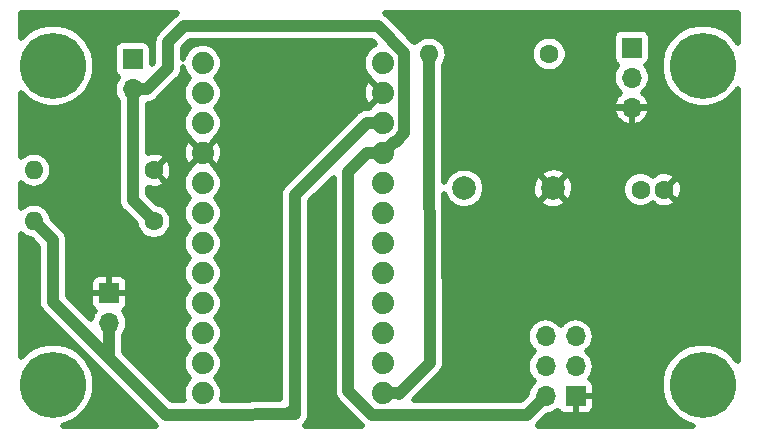
<source format=gbr>
G04 #@! TF.GenerationSoftware,KiCad,Pcbnew,5.1.4-e60b266~84~ubuntu19.04.1*
G04 #@! TF.CreationDate,2019-09-18T16:20:32+02:00*
G04 #@! TF.ProjectId,pro_micro_audio,70726f5f-6d69-4637-926f-5f617564696f,rev?*
G04 #@! TF.SameCoordinates,Original*
G04 #@! TF.FileFunction,Copper,L2,Bot*
G04 #@! TF.FilePolarity,Positive*
%FSLAX46Y46*%
G04 Gerber Fmt 4.6, Leading zero omitted, Abs format (unit mm)*
G04 Created by KiCad (PCBNEW 5.1.4-e60b266~84~ubuntu19.04.1) date 2019-09-18 16:20:32*
%MOMM*%
%LPD*%
G04 APERTURE LIST*
G04 #@! TA.AperFunction,ComponentPad*
%ADD10C,2.000000*%
G04 #@! TD*
G04 #@! TA.AperFunction,ComponentPad*
%ADD11C,5.600000*%
G04 #@! TD*
G04 #@! TA.AperFunction,ComponentPad*
%ADD12C,1.879600*%
G04 #@! TD*
G04 #@! TA.AperFunction,ComponentPad*
%ADD13C,1.600000*%
G04 #@! TD*
G04 #@! TA.AperFunction,ComponentPad*
%ADD14R,1.700000X1.700000*%
G04 #@! TD*
G04 #@! TA.AperFunction,ComponentPad*
%ADD15O,1.700000X1.700000*%
G04 #@! TD*
G04 #@! TA.AperFunction,ComponentPad*
%ADD16O,1.600000X1.600000*%
G04 #@! TD*
G04 #@! TA.AperFunction,ViaPad*
%ADD17C,0.800000*%
G04 #@! TD*
G04 #@! TA.AperFunction,Conductor*
%ADD18C,1.000000*%
G04 #@! TD*
G04 #@! TA.AperFunction,Conductor*
%ADD19C,0.500000*%
G04 #@! TD*
G04 APERTURE END LIST*
D10*
G04 #@! TO.P,C1,1*
G04 #@! TO.N,Net-(C1-Pad1)*
X139820000Y-87376000D03*
G04 #@! TO.P,C1,2*
G04 #@! TO.N,GND*
X147320000Y-87376000D03*
G04 #@! TD*
D11*
G04 #@! TO.P,REF\002A\002A,1*
G04 #@! TO.N,N/C*
X105000000Y-104000000D03*
G04 #@! TD*
G04 #@! TO.P,REF\002A\002A,1*
G04 #@! TO.N,N/C*
X160000000Y-104000000D03*
G04 #@! TD*
G04 #@! TO.P,REF\002A\002A,1*
G04 #@! TO.N,N/C*
X105000000Y-77000000D03*
G04 #@! TD*
G04 #@! TO.P,REF\002A\002A,1*
G04 #@! TO.N,N/C*
X160000000Y-77000000D03*
G04 #@! TD*
D12*
G04 #@! TO.P,CHEAP_PRO_MICRO1,1*
G04 #@! TO.N,Net-(CHEAP_PRO_MICRO1-Pad1)*
X117665501Y-76771501D03*
G04 #@! TO.P,CHEAP_PRO_MICRO1,2*
G04 #@! TO.N,Net-(CHEAP_PRO_MICRO1-Pad2)*
X117665501Y-79311501D03*
G04 #@! TO.P,CHEAP_PRO_MICRO1,3*
G04 #@! TO.N,Net-(CHEAP_PRO_MICRO1-Pad3)*
X117665501Y-81851501D03*
G04 #@! TO.P,CHEAP_PRO_MICRO1,4*
G04 #@! TO.N,GND*
X117665501Y-84391501D03*
G04 #@! TO.P,CHEAP_PRO_MICRO1,5*
G04 #@! TO.N,Net-(CHEAP_PRO_MICRO1-Pad5)*
X117665501Y-86931501D03*
G04 #@! TO.P,CHEAP_PRO_MICRO1,6*
G04 #@! TO.N,Net-(CHEAP_PRO_MICRO1-Pad6)*
X117665501Y-89471501D03*
G04 #@! TO.P,CHEAP_PRO_MICRO1,7*
G04 #@! TO.N,Net-(CHEAP_PRO_MICRO1-Pad7)*
X117665501Y-92011501D03*
G04 #@! TO.P,CHEAP_PRO_MICRO1,8*
G04 #@! TO.N,Net-(CHEAP_PRO_MICRO1-Pad8)*
X117665501Y-94551501D03*
G04 #@! TO.P,CHEAP_PRO_MICRO1,9*
G04 #@! TO.N,Net-(CHEAP_PRO_MICRO1-Pad9)*
X117665501Y-97091501D03*
G04 #@! TO.P,CHEAP_PRO_MICRO1,10*
G04 #@! TO.N,Net-(CHEAP_PRO_MICRO1-Pad10)*
X117665501Y-99631501D03*
G04 #@! TO.P,CHEAP_PRO_MICRO1,11*
G04 #@! TO.N,Net-(CHEAP_PRO_MICRO1-Pad11)*
X117665501Y-102171501D03*
G04 #@! TO.P,CHEAP_PRO_MICRO1,12*
G04 #@! TO.N,Net-(CHEAP_PRO_MICRO1-Pad12)*
X117665501Y-104711501D03*
G04 #@! TO.P,CHEAP_PRO_MICRO1,13*
G04 #@! TO.N,Net-(CHEAP_PRO_MICRO1-Pad13)*
X132905501Y-104711501D03*
G04 #@! TO.P,CHEAP_PRO_MICRO1,14*
G04 #@! TO.N,Net-(CHEAP_PRO_MICRO1-Pad14)*
X132905501Y-102171501D03*
G04 #@! TO.P,CHEAP_PRO_MICRO1,15*
G04 #@! TO.N,Net-(CHEAP_PRO_MICRO1-Pad15)*
X132905501Y-99631501D03*
G04 #@! TO.P,CHEAP_PRO_MICRO1,16*
G04 #@! TO.N,Net-(CHEAP_PRO_MICRO1-Pad16)*
X132905501Y-97091501D03*
G04 #@! TO.P,CHEAP_PRO_MICRO1,17*
G04 #@! TO.N,/SW*
X132905501Y-94551501D03*
G04 #@! TO.P,CHEAP_PRO_MICRO1,18*
G04 #@! TO.N,/DT*
X132905501Y-92011501D03*
G04 #@! TO.P,CHEAP_PRO_MICRO1,19*
G04 #@! TO.N,/CLK*
X132905501Y-89471501D03*
G04 #@! TO.P,CHEAP_PRO_MICRO1,20*
G04 #@! TO.N,Net-(CHEAP_PRO_MICRO1-Pad20)*
X132905501Y-86931501D03*
G04 #@! TO.P,CHEAP_PRO_MICRO1,21*
G04 #@! TO.N,Net-(C1-Pad1)*
X132905501Y-84391501D03*
G04 #@! TO.P,CHEAP_PRO_MICRO1,22*
G04 #@! TO.N,Net-(CHEAP_PRO_MICRO1-Pad22)*
X132905501Y-81851501D03*
G04 #@! TO.P,CHEAP_PRO_MICRO1,23*
G04 #@! TO.N,GND*
X132905501Y-79311501D03*
G04 #@! TO.P,CHEAP_PRO_MICRO1,24*
G04 #@! TO.N,Net-(CHEAP_PRO_MICRO1-Pad24)*
X132905501Y-76771501D03*
G04 #@! TD*
D13*
G04 #@! TO.P,C2,1*
G04 #@! TO.N,Net-(C1-Pad1)*
X154750000Y-87500000D03*
G04 #@! TO.P,C2,2*
G04 #@! TO.N,GND*
X156750000Y-87500000D03*
G04 #@! TD*
D14*
G04 #@! TO.P,KY-40,1*
G04 #@! TO.N,GND*
X149250000Y-105000000D03*
D15*
G04 #@! TO.P,KY-40,2*
G04 #@! TO.N,Net-(C1-Pad1)*
X146710000Y-105000000D03*
G04 #@! TO.P,KY-40,3*
G04 #@! TO.N,/SW*
X149250000Y-102460000D03*
G04 #@! TO.P,KY-40,4*
G04 #@! TO.N,/DT*
X146710000Y-102460000D03*
G04 #@! TO.P,KY-40,5*
G04 #@! TO.N,/CLK*
X149250000Y-99920000D03*
G04 #@! TO.P,KY-40,6*
G04 #@! TO.N,Net-(KY-40-Pad6)*
X146710000Y-99920000D03*
G04 #@! TD*
D14*
G04 #@! TO.P,PinHeader1,1*
G04 #@! TO.N,Net-(PinHeader1-Pad1)*
X154000000Y-75460000D03*
D15*
G04 #@! TO.P,PinHeader1,2*
G04 #@! TO.N,Net-(C1-Pad1)*
X154000000Y-78000000D03*
G04 #@! TO.P,PinHeader1,3*
G04 #@! TO.N,GND*
X154000000Y-80540000D03*
G04 #@! TD*
D13*
G04 #@! TO.P,R1,1*
G04 #@! TO.N,Net-(PinHeader1-Pad1)*
X147000000Y-76000000D03*
D16*
G04 #@! TO.P,R1,2*
G04 #@! TO.N,Net-(CHEAP_PRO_MICRO1-Pad13)*
X136840000Y-76000000D03*
G04 #@! TD*
G04 #@! TO.P,R2,2*
G04 #@! TO.N,Net-(CHEAP_PRO_MICRO1-Pad6)*
X103378000Y-85852000D03*
D13*
G04 #@! TO.P,R2,1*
G04 #@! TO.N,GND*
X113538000Y-85852000D03*
G04 #@! TD*
G04 #@! TO.P,R3,1*
G04 #@! TO.N,Net-(C1-Pad1)*
X113538000Y-90170000D03*
D16*
G04 #@! TO.P,R3,2*
G04 #@! TO.N,Net-(CHEAP_PRO_MICRO1-Pad22)*
X103378000Y-90170000D03*
G04 #@! TD*
D15*
G04 #@! TO.P,ResetButton1,2*
G04 #@! TO.N,Net-(CHEAP_PRO_MICRO1-Pad22)*
X109750000Y-98790000D03*
D14*
G04 #@! TO.P,ResetButton1,1*
G04 #@! TO.N,GND*
X109750000Y-96250000D03*
G04 #@! TD*
G04 #@! TO.P,ToggleSwitch1,1*
G04 #@! TO.N,Net-(CHEAP_PRO_MICRO1-Pad6)*
X111750000Y-76460000D03*
D15*
G04 #@! TO.P,ToggleSwitch1,2*
G04 #@! TO.N,Net-(C1-Pad1)*
X111750000Y-79000000D03*
G04 #@! TD*
D17*
G04 #@! TO.N,GND*
X162750000Y-97250000D03*
X162750000Y-91750000D03*
X162750000Y-84500000D03*
X154750000Y-107250000D03*
X128000000Y-93500000D03*
X121500000Y-91750000D03*
X108750000Y-107000000D03*
X102500000Y-97250000D03*
X102500000Y-81250000D03*
X109750000Y-72750000D03*
X141250000Y-73000000D03*
G04 #@! TD*
D18*
G04 #@! TO.N,Net-(C1-Pad1)*
X112952081Y-79000000D02*
X111750000Y-79000000D01*
X114750000Y-77202081D02*
X112952081Y-79000000D01*
X114750000Y-75000000D02*
X114750000Y-77202081D01*
X132516906Y-73660000D02*
X116090000Y-73660000D01*
X133845300Y-83451702D02*
X134028206Y-83451702D01*
X134745302Y-82734606D02*
X134745302Y-75888396D01*
X134745302Y-75888396D02*
X132516906Y-73660000D01*
X116090000Y-73660000D02*
X114750000Y-75000000D01*
X132905501Y-84391501D02*
X133845300Y-83451702D01*
X134028206Y-83451702D02*
X134745302Y-82734606D01*
X111750000Y-88382000D02*
X111750000Y-79000000D01*
X113538000Y-90170000D02*
X111750000Y-88382000D01*
X132022396Y-106551302D02*
X130000000Y-104528906D01*
X146710000Y-105000000D02*
X145158698Y-106551302D01*
X145158698Y-106551302D02*
X132022396Y-106551302D01*
X131576424Y-84391501D02*
X132905501Y-84391501D01*
X130000000Y-85967925D02*
X131576424Y-84391501D01*
X130000000Y-104528906D02*
X130000000Y-85967925D01*
G04 #@! TO.N,Net-(CHEAP_PRO_MICRO1-Pad13)*
X132905501Y-104711501D02*
X132905501Y-104598407D01*
X136906000Y-102167077D02*
X136840000Y-76000000D01*
X134298077Y-104775000D02*
X136906000Y-102167077D01*
X132905501Y-104711501D02*
X134234578Y-104711501D01*
X134234578Y-104711501D02*
X134298077Y-104775000D01*
G04 #@! TO.N,Net-(CHEAP_PRO_MICRO1-Pad22)*
X125476000Y-106299000D02*
X125020302Y-106351302D01*
X125476000Y-87951925D02*
X125476000Y-106299000D01*
X131576424Y-81851501D02*
X125476000Y-87951925D01*
X132905501Y-81851501D02*
X131576424Y-81851501D01*
X109750000Y-101750000D02*
X109750000Y-98790000D01*
X118548606Y-106551302D02*
X114551302Y-106551302D01*
X114551302Y-106551302D02*
X109750000Y-101750000D01*
X125476000Y-106299000D02*
X125500000Y-106500000D01*
X125500000Y-106500000D02*
X118548606Y-106551302D01*
X105000000Y-91792000D02*
X103378000Y-90170000D01*
X109750000Y-101750000D02*
X105000000Y-97000000D01*
X105000000Y-97000000D02*
X105000000Y-91792000D01*
G04 #@! TD*
D19*
G04 #@! TO.N,GND*
G36*
X128742000Y-104467114D02*
G01*
X128735914Y-104528906D01*
X128742000Y-104590697D01*
X128760203Y-104775516D01*
X128832137Y-105012650D01*
X128948951Y-105231194D01*
X129106156Y-105422750D01*
X129154164Y-105462149D01*
X131089157Y-107397143D01*
X131128552Y-107445146D01*
X131155181Y-107467000D01*
X126312459Y-107467000D01*
X126321948Y-107460372D01*
X126359143Y-107421607D01*
X126400415Y-107387223D01*
X126444718Y-107332420D01*
X126493514Y-107281564D01*
X126522432Y-107236287D01*
X126556202Y-107194513D01*
X126588961Y-107132121D01*
X126626899Y-107072722D01*
X126646429Y-107022671D01*
X126671400Y-106975113D01*
X126691356Y-106907534D01*
X126716979Y-106841870D01*
X126726370Y-106788967D01*
X126741582Y-106737454D01*
X126747972Y-106667274D01*
X126760290Y-106597880D01*
X126759180Y-106544170D01*
X126764051Y-106490672D01*
X126756626Y-106420596D01*
X126756453Y-106412206D01*
X126750103Y-106359024D01*
X126737942Y-106244247D01*
X126735437Y-106236205D01*
X126734000Y-106224167D01*
X126734000Y-88473004D01*
X128742001Y-86465004D01*
X128742000Y-104467114D01*
X128742000Y-104467114D01*
G37*
X128742000Y-104467114D02*
X128735914Y-104528906D01*
X128742000Y-104590697D01*
X128760203Y-104775516D01*
X128832137Y-105012650D01*
X128948951Y-105231194D01*
X129106156Y-105422750D01*
X129154164Y-105462149D01*
X131089157Y-107397143D01*
X131128552Y-107445146D01*
X131155181Y-107467000D01*
X126312459Y-107467000D01*
X126321948Y-107460372D01*
X126359143Y-107421607D01*
X126400415Y-107387223D01*
X126444718Y-107332420D01*
X126493514Y-107281564D01*
X126522432Y-107236287D01*
X126556202Y-107194513D01*
X126588961Y-107132121D01*
X126626899Y-107072722D01*
X126646429Y-107022671D01*
X126671400Y-106975113D01*
X126691356Y-106907534D01*
X126716979Y-106841870D01*
X126726370Y-106788967D01*
X126741582Y-106737454D01*
X126747972Y-106667274D01*
X126760290Y-106597880D01*
X126759180Y-106544170D01*
X126764051Y-106490672D01*
X126756626Y-106420596D01*
X126756453Y-106412206D01*
X126750103Y-106359024D01*
X126737942Y-106244247D01*
X126735437Y-106236205D01*
X126734000Y-106224167D01*
X126734000Y-88473004D01*
X128742001Y-86465004D01*
X128742000Y-104467114D01*
G36*
X102508234Y-91471697D02*
G01*
X102778895Y-91616369D01*
X103072579Y-91705457D01*
X103141129Y-91712208D01*
X103742001Y-92313081D01*
X103742000Y-96938208D01*
X103735914Y-97000000D01*
X103742000Y-97061791D01*
X103760203Y-97246610D01*
X103832137Y-97483744D01*
X103948951Y-97702288D01*
X104106156Y-97893844D01*
X104154164Y-97933243D01*
X108816765Y-102595846D01*
X108856156Y-102643844D01*
X108904164Y-102683243D01*
X113618067Y-107397148D01*
X113657458Y-107445146D01*
X113684087Y-107467000D01*
X105807920Y-107467000D01*
X106037830Y-107421268D01*
X106685345Y-107153059D01*
X107268093Y-106763679D01*
X107763679Y-106268093D01*
X108153059Y-105685345D01*
X108421268Y-105037830D01*
X108558000Y-104350432D01*
X108558000Y-103649568D01*
X108421268Y-102962170D01*
X108153059Y-102314655D01*
X107763679Y-101731907D01*
X107268093Y-101236321D01*
X106685345Y-100846941D01*
X106037830Y-100578732D01*
X105350432Y-100442000D01*
X104649568Y-100442000D01*
X103962170Y-100578732D01*
X103314655Y-100846941D01*
X102731907Y-101236321D01*
X102283000Y-101685228D01*
X102283000Y-91286854D01*
X102508234Y-91471697D01*
X102508234Y-91471697D01*
G37*
X102508234Y-91471697D02*
X102778895Y-91616369D01*
X103072579Y-91705457D01*
X103141129Y-91712208D01*
X103742001Y-92313081D01*
X103742000Y-96938208D01*
X103735914Y-97000000D01*
X103742000Y-97061791D01*
X103760203Y-97246610D01*
X103832137Y-97483744D01*
X103948951Y-97702288D01*
X104106156Y-97893844D01*
X104154164Y-97933243D01*
X108816765Y-102595846D01*
X108856156Y-102643844D01*
X108904164Y-102683243D01*
X113618067Y-107397148D01*
X113657458Y-107445146D01*
X113684087Y-107467000D01*
X105807920Y-107467000D01*
X106037830Y-107421268D01*
X106685345Y-107153059D01*
X107268093Y-106763679D01*
X107763679Y-106268093D01*
X108153059Y-105685345D01*
X108421268Y-105037830D01*
X108558000Y-104350432D01*
X108558000Y-103649568D01*
X108421268Y-102962170D01*
X108153059Y-102314655D01*
X107763679Y-101731907D01*
X107268093Y-101236321D01*
X106685345Y-100846941D01*
X106037830Y-100578732D01*
X105350432Y-100442000D01*
X104649568Y-100442000D01*
X103962170Y-100578732D01*
X103314655Y-100846941D01*
X102731907Y-101236321D01*
X102283000Y-101685228D01*
X102283000Y-91286854D01*
X102508234Y-91471697D01*
G36*
X162967001Y-75036200D02*
G01*
X162763679Y-74731907D01*
X162268093Y-74236321D01*
X161685345Y-73846941D01*
X161037830Y-73578732D01*
X160350432Y-73442000D01*
X159649568Y-73442000D01*
X158962170Y-73578732D01*
X158314655Y-73846941D01*
X157731907Y-74236321D01*
X157236321Y-74731907D01*
X156846941Y-75314655D01*
X156578732Y-75962170D01*
X156442000Y-76649568D01*
X156442000Y-77350432D01*
X156578732Y-78037830D01*
X156846941Y-78685345D01*
X157236321Y-79268093D01*
X157731907Y-79763679D01*
X158314655Y-80153059D01*
X158962170Y-80421268D01*
X159649568Y-80558000D01*
X160350432Y-80558000D01*
X161037830Y-80421268D01*
X161685345Y-80153059D01*
X162268093Y-79763679D01*
X162763679Y-79268093D01*
X162967001Y-78963801D01*
X162967000Y-102036198D01*
X162763679Y-101731907D01*
X162268093Y-101236321D01*
X161685345Y-100846941D01*
X161037830Y-100578732D01*
X160350432Y-100442000D01*
X159649568Y-100442000D01*
X158962170Y-100578732D01*
X158314655Y-100846941D01*
X157731907Y-101236321D01*
X157236321Y-101731907D01*
X156846941Y-102314655D01*
X156578732Y-102962170D01*
X156442000Y-103649568D01*
X156442000Y-104350432D01*
X156578732Y-105037830D01*
X156846941Y-105685345D01*
X157236321Y-106268093D01*
X157731907Y-106763679D01*
X158314655Y-107153059D01*
X158962170Y-107421268D01*
X159192080Y-107467000D01*
X146025913Y-107467000D01*
X146052542Y-107445146D01*
X146091941Y-107397138D01*
X146891141Y-106597939D01*
X147025223Y-106584733D01*
X147328332Y-106492786D01*
X147607679Y-106343472D01*
X147744334Y-106231323D01*
X147766696Y-106273160D01*
X147861419Y-106388581D01*
X147976840Y-106483304D01*
X148108522Y-106553689D01*
X148251406Y-106597033D01*
X148400000Y-106611668D01*
X149056500Y-106608000D01*
X149246000Y-106418500D01*
X149246000Y-105004000D01*
X149254000Y-105004000D01*
X149254000Y-106418500D01*
X149443500Y-106608000D01*
X150100000Y-106611668D01*
X150248594Y-106597033D01*
X150391478Y-106553689D01*
X150523160Y-106483304D01*
X150638581Y-106388581D01*
X150733304Y-106273160D01*
X150803689Y-106141478D01*
X150847033Y-105998594D01*
X150861668Y-105850000D01*
X150858000Y-105193500D01*
X150668500Y-105004000D01*
X149254000Y-105004000D01*
X149246000Y-105004000D01*
X149226000Y-105004000D01*
X149226000Y-104996000D01*
X149246000Y-104996000D01*
X149246000Y-104976000D01*
X149254000Y-104976000D01*
X149254000Y-104996000D01*
X150668500Y-104996000D01*
X150858000Y-104806500D01*
X150861668Y-104150000D01*
X150847033Y-104001406D01*
X150803689Y-103858522D01*
X150733304Y-103726840D01*
X150638581Y-103611419D01*
X150523160Y-103516696D01*
X150481323Y-103494334D01*
X150593472Y-103357679D01*
X150742786Y-103078332D01*
X150834733Y-102775223D01*
X150865780Y-102460000D01*
X150834733Y-102144777D01*
X150742786Y-101841668D01*
X150593472Y-101562321D01*
X150392529Y-101317471D01*
X150237205Y-101190000D01*
X150392529Y-101062529D01*
X150593472Y-100817679D01*
X150742786Y-100538332D01*
X150834733Y-100235223D01*
X150865780Y-99920000D01*
X150834733Y-99604777D01*
X150742786Y-99301668D01*
X150593472Y-99022321D01*
X150392529Y-98777471D01*
X150147679Y-98576528D01*
X149868332Y-98427214D01*
X149565223Y-98335267D01*
X149328991Y-98312000D01*
X149171009Y-98312000D01*
X148934777Y-98335267D01*
X148631668Y-98427214D01*
X148352321Y-98576528D01*
X148107471Y-98777471D01*
X147980000Y-98932795D01*
X147852529Y-98777471D01*
X147607679Y-98576528D01*
X147328332Y-98427214D01*
X147025223Y-98335267D01*
X146788991Y-98312000D01*
X146631009Y-98312000D01*
X146394777Y-98335267D01*
X146091668Y-98427214D01*
X145812321Y-98576528D01*
X145567471Y-98777471D01*
X145366528Y-99022321D01*
X145217214Y-99301668D01*
X145125267Y-99604777D01*
X145094220Y-99920000D01*
X145125267Y-100235223D01*
X145217214Y-100538332D01*
X145366528Y-100817679D01*
X145567471Y-101062529D01*
X145722795Y-101190000D01*
X145567471Y-101317471D01*
X145366528Y-101562321D01*
X145217214Y-101841668D01*
X145125267Y-102144777D01*
X145094220Y-102460000D01*
X145125267Y-102775223D01*
X145217214Y-103078332D01*
X145366528Y-103357679D01*
X145567471Y-103602529D01*
X145722795Y-103730000D01*
X145567471Y-103857471D01*
X145366528Y-104102321D01*
X145217214Y-104381668D01*
X145125267Y-104684777D01*
X145112061Y-104818859D01*
X144637618Y-105293302D01*
X135558854Y-105293302D01*
X137752972Y-103099185D01*
X137802095Y-103058663D01*
X137879415Y-102963963D01*
X137957049Y-102869366D01*
X137957805Y-102867951D01*
X137958817Y-102866712D01*
X138016102Y-102758886D01*
X138073863Y-102650822D01*
X138074329Y-102649286D01*
X138075079Y-102647874D01*
X138110231Y-102530933D01*
X138145797Y-102413688D01*
X138145954Y-102412092D01*
X138146415Y-102410559D01*
X138158068Y-102289096D01*
X138170086Y-102167078D01*
X138163843Y-102103695D01*
X138127970Y-87880801D01*
X138129559Y-87888790D01*
X138262081Y-88208725D01*
X138454472Y-88496660D01*
X138699340Y-88741528D01*
X138987275Y-88933919D01*
X139307210Y-89066441D01*
X139646852Y-89134000D01*
X139993148Y-89134000D01*
X140332790Y-89066441D01*
X140652725Y-88933919D01*
X140940660Y-88741528D01*
X141185528Y-88496660D01*
X141187347Y-88493937D01*
X146207720Y-88493937D01*
X146284912Y-88807480D01*
X146584069Y-88981911D01*
X146911508Y-89094627D01*
X147254645Y-89141296D01*
X147600293Y-89120127D01*
X147935169Y-89031932D01*
X148246405Y-88880100D01*
X148355088Y-88807480D01*
X148432280Y-88493937D01*
X147320000Y-87381657D01*
X146207720Y-88493937D01*
X141187347Y-88493937D01*
X141377919Y-88208725D01*
X141510441Y-87888790D01*
X141578000Y-87549148D01*
X141578000Y-87310645D01*
X145554704Y-87310645D01*
X145575873Y-87656293D01*
X145664068Y-87991169D01*
X145815900Y-88302405D01*
X145888520Y-88411088D01*
X146202063Y-88488280D01*
X147314343Y-87376000D01*
X147325657Y-87376000D01*
X148437937Y-88488280D01*
X148751480Y-88411088D01*
X148925911Y-88111931D01*
X149038627Y-87784492D01*
X149085296Y-87441355D01*
X149079490Y-87346550D01*
X153192000Y-87346550D01*
X153192000Y-87653450D01*
X153251874Y-87954452D01*
X153369319Y-88237990D01*
X153539823Y-88493167D01*
X153756833Y-88710177D01*
X154012010Y-88880681D01*
X154295548Y-88998126D01*
X154596550Y-89058000D01*
X154903450Y-89058000D01*
X155204452Y-88998126D01*
X155487990Y-88880681D01*
X155743167Y-88710177D01*
X155810205Y-88643139D01*
X155833039Y-88768894D01*
X156098207Y-88923402D01*
X156388423Y-89023211D01*
X156692534Y-89064483D01*
X156998854Y-89045633D01*
X157295611Y-88967385D01*
X157571399Y-88832746D01*
X157666961Y-88768894D01*
X157720173Y-88475830D01*
X156750000Y-87505657D01*
X156735858Y-87519799D01*
X156730201Y-87514142D01*
X156744343Y-87500000D01*
X156755657Y-87500000D01*
X157725830Y-88470173D01*
X158018894Y-88416961D01*
X158173402Y-88151793D01*
X158273211Y-87861577D01*
X158314483Y-87557466D01*
X158295633Y-87251146D01*
X158217385Y-86954389D01*
X158082746Y-86678601D01*
X158018894Y-86583039D01*
X157725830Y-86529827D01*
X156755657Y-87500000D01*
X156744343Y-87500000D01*
X156730201Y-87485858D01*
X156735858Y-87480201D01*
X156750000Y-87494343D01*
X157720173Y-86524170D01*
X157666961Y-86231106D01*
X157401793Y-86076598D01*
X157111577Y-85976789D01*
X156807466Y-85935517D01*
X156501146Y-85954367D01*
X156204389Y-86032615D01*
X155928601Y-86167254D01*
X155833039Y-86231106D01*
X155810205Y-86356861D01*
X155743167Y-86289823D01*
X155487990Y-86119319D01*
X155204452Y-86001874D01*
X154903450Y-85942000D01*
X154596550Y-85942000D01*
X154295548Y-86001874D01*
X154012010Y-86119319D01*
X153756833Y-86289823D01*
X153539823Y-86506833D01*
X153369319Y-86762010D01*
X153251874Y-87045548D01*
X153192000Y-87346550D01*
X149079490Y-87346550D01*
X149064127Y-87095707D01*
X148975932Y-86760831D01*
X148824100Y-86449595D01*
X148751480Y-86340912D01*
X148437937Y-86263720D01*
X147325657Y-87376000D01*
X147314343Y-87376000D01*
X146202063Y-86263720D01*
X145888520Y-86340912D01*
X145714089Y-86640069D01*
X145601373Y-86967508D01*
X145554704Y-87310645D01*
X141578000Y-87310645D01*
X141578000Y-87202852D01*
X141510441Y-86863210D01*
X141377919Y-86543275D01*
X141187348Y-86258063D01*
X146207720Y-86258063D01*
X147320000Y-87370343D01*
X148432280Y-86258063D01*
X148355088Y-85944520D01*
X148055931Y-85770089D01*
X147728492Y-85657373D01*
X147385355Y-85610704D01*
X147039707Y-85631873D01*
X146704831Y-85720068D01*
X146393595Y-85871900D01*
X146284912Y-85944520D01*
X146207720Y-86258063D01*
X141187348Y-86258063D01*
X141185528Y-86255340D01*
X140940660Y-86010472D01*
X140652725Y-85818081D01*
X140332790Y-85685559D01*
X139993148Y-85618000D01*
X139646852Y-85618000D01*
X139307210Y-85685559D01*
X138987275Y-85818081D01*
X138699340Y-86010472D01*
X138454472Y-86255340D01*
X138262081Y-86543275D01*
X138129559Y-86863210D01*
X138125455Y-86883840D01*
X138110100Y-80795497D01*
X152412428Y-80795497D01*
X152435500Y-80911488D01*
X152538035Y-81209569D01*
X152696753Y-81481919D01*
X152905554Y-81718071D01*
X153156414Y-81908950D01*
X153439692Y-82047222D01*
X153744503Y-82127572D01*
X153996000Y-81958495D01*
X153996000Y-80544000D01*
X154004000Y-80544000D01*
X154004000Y-81958495D01*
X154255497Y-82127572D01*
X154560308Y-82047222D01*
X154843586Y-81908950D01*
X155094446Y-81718071D01*
X155303247Y-81481919D01*
X155461965Y-81209569D01*
X155564500Y-80911488D01*
X155587572Y-80795497D01*
X155418494Y-80544000D01*
X154004000Y-80544000D01*
X153996000Y-80544000D01*
X152581506Y-80544000D01*
X152412428Y-80795497D01*
X138110100Y-80795497D01*
X138103049Y-78000000D01*
X152384220Y-78000000D01*
X152415267Y-78315223D01*
X152507214Y-78618332D01*
X152656528Y-78897679D01*
X152857471Y-79142529D01*
X153019326Y-79275360D01*
X152905554Y-79361929D01*
X152696753Y-79598081D01*
X152538035Y-79870431D01*
X152435500Y-80168512D01*
X152412428Y-80284503D01*
X152581506Y-80536000D01*
X153996000Y-80536000D01*
X153996000Y-80516000D01*
X154004000Y-80516000D01*
X154004000Y-80536000D01*
X155418494Y-80536000D01*
X155587572Y-80284503D01*
X155564500Y-80168512D01*
X155461965Y-79870431D01*
X155303247Y-79598081D01*
X155094446Y-79361929D01*
X154980674Y-79275360D01*
X155142529Y-79142529D01*
X155343472Y-78897679D01*
X155492786Y-78618332D01*
X155584733Y-78315223D01*
X155615780Y-78000000D01*
X155584733Y-77684777D01*
X155492786Y-77381668D01*
X155343472Y-77102321D01*
X155231322Y-76965666D01*
X155273160Y-76943303D01*
X155388580Y-76848580D01*
X155483303Y-76733160D01*
X155553689Y-76601477D01*
X155597032Y-76458594D01*
X155611667Y-76310000D01*
X155611667Y-74610000D01*
X155597032Y-74461406D01*
X155553689Y-74318523D01*
X155483303Y-74186840D01*
X155388580Y-74071420D01*
X155273160Y-73976697D01*
X155141477Y-73906311D01*
X154998594Y-73862968D01*
X154850000Y-73848333D01*
X153150000Y-73848333D01*
X153001406Y-73862968D01*
X152858523Y-73906311D01*
X152726840Y-73976697D01*
X152611420Y-74071420D01*
X152516697Y-74186840D01*
X152446311Y-74318523D01*
X152402968Y-74461406D01*
X152388333Y-74610000D01*
X152388333Y-76310000D01*
X152402968Y-76458594D01*
X152446311Y-76601477D01*
X152516697Y-76733160D01*
X152611420Y-76848580D01*
X152726840Y-76943303D01*
X152768678Y-76965666D01*
X152656528Y-77102321D01*
X152507214Y-77381668D01*
X152415267Y-77684777D01*
X152384220Y-78000000D01*
X138103049Y-78000000D01*
X138100325Y-76920179D01*
X138141697Y-76869766D01*
X138286369Y-76599105D01*
X138375457Y-76305421D01*
X138405538Y-76000000D01*
X138390425Y-75846550D01*
X145442000Y-75846550D01*
X145442000Y-76153450D01*
X145501874Y-76454452D01*
X145619319Y-76737990D01*
X145789823Y-76993167D01*
X146006833Y-77210177D01*
X146262010Y-77380681D01*
X146545548Y-77498126D01*
X146846550Y-77558000D01*
X147153450Y-77558000D01*
X147454452Y-77498126D01*
X147737990Y-77380681D01*
X147993167Y-77210177D01*
X148210177Y-76993167D01*
X148380681Y-76737990D01*
X148498126Y-76454452D01*
X148558000Y-76153450D01*
X148558000Y-75846550D01*
X148498126Y-75545548D01*
X148380681Y-75262010D01*
X148210177Y-75006833D01*
X147993167Y-74789823D01*
X147737990Y-74619319D01*
X147454452Y-74501874D01*
X147153450Y-74442000D01*
X146846550Y-74442000D01*
X146545548Y-74501874D01*
X146262010Y-74619319D01*
X146006833Y-74789823D01*
X145789823Y-75006833D01*
X145619319Y-75262010D01*
X145501874Y-75545548D01*
X145442000Y-75846550D01*
X138390425Y-75846550D01*
X138375457Y-75694579D01*
X138286369Y-75400895D01*
X138141697Y-75130234D01*
X137947003Y-74892997D01*
X137709766Y-74698303D01*
X137439105Y-74553631D01*
X137145421Y-74464543D01*
X136916535Y-74442000D01*
X136763465Y-74442000D01*
X136534579Y-74464543D01*
X136240895Y-74553631D01*
X135970234Y-74698303D01*
X135732997Y-74892997D01*
X135644400Y-75000954D01*
X135639146Y-74994552D01*
X135591143Y-74955157D01*
X133450149Y-72814164D01*
X133410750Y-72766156D01*
X133219195Y-72608951D01*
X133077100Y-72533000D01*
X162967001Y-72533000D01*
X162967001Y-75036200D01*
X162967001Y-75036200D01*
G37*
X162967001Y-75036200D02*
X162763679Y-74731907D01*
X162268093Y-74236321D01*
X161685345Y-73846941D01*
X161037830Y-73578732D01*
X160350432Y-73442000D01*
X159649568Y-73442000D01*
X158962170Y-73578732D01*
X158314655Y-73846941D01*
X157731907Y-74236321D01*
X157236321Y-74731907D01*
X156846941Y-75314655D01*
X156578732Y-75962170D01*
X156442000Y-76649568D01*
X156442000Y-77350432D01*
X156578732Y-78037830D01*
X156846941Y-78685345D01*
X157236321Y-79268093D01*
X157731907Y-79763679D01*
X158314655Y-80153059D01*
X158962170Y-80421268D01*
X159649568Y-80558000D01*
X160350432Y-80558000D01*
X161037830Y-80421268D01*
X161685345Y-80153059D01*
X162268093Y-79763679D01*
X162763679Y-79268093D01*
X162967001Y-78963801D01*
X162967000Y-102036198D01*
X162763679Y-101731907D01*
X162268093Y-101236321D01*
X161685345Y-100846941D01*
X161037830Y-100578732D01*
X160350432Y-100442000D01*
X159649568Y-100442000D01*
X158962170Y-100578732D01*
X158314655Y-100846941D01*
X157731907Y-101236321D01*
X157236321Y-101731907D01*
X156846941Y-102314655D01*
X156578732Y-102962170D01*
X156442000Y-103649568D01*
X156442000Y-104350432D01*
X156578732Y-105037830D01*
X156846941Y-105685345D01*
X157236321Y-106268093D01*
X157731907Y-106763679D01*
X158314655Y-107153059D01*
X158962170Y-107421268D01*
X159192080Y-107467000D01*
X146025913Y-107467000D01*
X146052542Y-107445146D01*
X146091941Y-107397138D01*
X146891141Y-106597939D01*
X147025223Y-106584733D01*
X147328332Y-106492786D01*
X147607679Y-106343472D01*
X147744334Y-106231323D01*
X147766696Y-106273160D01*
X147861419Y-106388581D01*
X147976840Y-106483304D01*
X148108522Y-106553689D01*
X148251406Y-106597033D01*
X148400000Y-106611668D01*
X149056500Y-106608000D01*
X149246000Y-106418500D01*
X149246000Y-105004000D01*
X149254000Y-105004000D01*
X149254000Y-106418500D01*
X149443500Y-106608000D01*
X150100000Y-106611668D01*
X150248594Y-106597033D01*
X150391478Y-106553689D01*
X150523160Y-106483304D01*
X150638581Y-106388581D01*
X150733304Y-106273160D01*
X150803689Y-106141478D01*
X150847033Y-105998594D01*
X150861668Y-105850000D01*
X150858000Y-105193500D01*
X150668500Y-105004000D01*
X149254000Y-105004000D01*
X149246000Y-105004000D01*
X149226000Y-105004000D01*
X149226000Y-104996000D01*
X149246000Y-104996000D01*
X149246000Y-104976000D01*
X149254000Y-104976000D01*
X149254000Y-104996000D01*
X150668500Y-104996000D01*
X150858000Y-104806500D01*
X150861668Y-104150000D01*
X150847033Y-104001406D01*
X150803689Y-103858522D01*
X150733304Y-103726840D01*
X150638581Y-103611419D01*
X150523160Y-103516696D01*
X150481323Y-103494334D01*
X150593472Y-103357679D01*
X150742786Y-103078332D01*
X150834733Y-102775223D01*
X150865780Y-102460000D01*
X150834733Y-102144777D01*
X150742786Y-101841668D01*
X150593472Y-101562321D01*
X150392529Y-101317471D01*
X150237205Y-101190000D01*
X150392529Y-101062529D01*
X150593472Y-100817679D01*
X150742786Y-100538332D01*
X150834733Y-100235223D01*
X150865780Y-99920000D01*
X150834733Y-99604777D01*
X150742786Y-99301668D01*
X150593472Y-99022321D01*
X150392529Y-98777471D01*
X150147679Y-98576528D01*
X149868332Y-98427214D01*
X149565223Y-98335267D01*
X149328991Y-98312000D01*
X149171009Y-98312000D01*
X148934777Y-98335267D01*
X148631668Y-98427214D01*
X148352321Y-98576528D01*
X148107471Y-98777471D01*
X147980000Y-98932795D01*
X147852529Y-98777471D01*
X147607679Y-98576528D01*
X147328332Y-98427214D01*
X147025223Y-98335267D01*
X146788991Y-98312000D01*
X146631009Y-98312000D01*
X146394777Y-98335267D01*
X146091668Y-98427214D01*
X145812321Y-98576528D01*
X145567471Y-98777471D01*
X145366528Y-99022321D01*
X145217214Y-99301668D01*
X145125267Y-99604777D01*
X145094220Y-99920000D01*
X145125267Y-100235223D01*
X145217214Y-100538332D01*
X145366528Y-100817679D01*
X145567471Y-101062529D01*
X145722795Y-101190000D01*
X145567471Y-101317471D01*
X145366528Y-101562321D01*
X145217214Y-101841668D01*
X145125267Y-102144777D01*
X145094220Y-102460000D01*
X145125267Y-102775223D01*
X145217214Y-103078332D01*
X145366528Y-103357679D01*
X145567471Y-103602529D01*
X145722795Y-103730000D01*
X145567471Y-103857471D01*
X145366528Y-104102321D01*
X145217214Y-104381668D01*
X145125267Y-104684777D01*
X145112061Y-104818859D01*
X144637618Y-105293302D01*
X135558854Y-105293302D01*
X137752972Y-103099185D01*
X137802095Y-103058663D01*
X137879415Y-102963963D01*
X137957049Y-102869366D01*
X137957805Y-102867951D01*
X137958817Y-102866712D01*
X138016102Y-102758886D01*
X138073863Y-102650822D01*
X138074329Y-102649286D01*
X138075079Y-102647874D01*
X138110231Y-102530933D01*
X138145797Y-102413688D01*
X138145954Y-102412092D01*
X138146415Y-102410559D01*
X138158068Y-102289096D01*
X138170086Y-102167078D01*
X138163843Y-102103695D01*
X138127970Y-87880801D01*
X138129559Y-87888790D01*
X138262081Y-88208725D01*
X138454472Y-88496660D01*
X138699340Y-88741528D01*
X138987275Y-88933919D01*
X139307210Y-89066441D01*
X139646852Y-89134000D01*
X139993148Y-89134000D01*
X140332790Y-89066441D01*
X140652725Y-88933919D01*
X140940660Y-88741528D01*
X141185528Y-88496660D01*
X141187347Y-88493937D01*
X146207720Y-88493937D01*
X146284912Y-88807480D01*
X146584069Y-88981911D01*
X146911508Y-89094627D01*
X147254645Y-89141296D01*
X147600293Y-89120127D01*
X147935169Y-89031932D01*
X148246405Y-88880100D01*
X148355088Y-88807480D01*
X148432280Y-88493937D01*
X147320000Y-87381657D01*
X146207720Y-88493937D01*
X141187347Y-88493937D01*
X141377919Y-88208725D01*
X141510441Y-87888790D01*
X141578000Y-87549148D01*
X141578000Y-87310645D01*
X145554704Y-87310645D01*
X145575873Y-87656293D01*
X145664068Y-87991169D01*
X145815900Y-88302405D01*
X145888520Y-88411088D01*
X146202063Y-88488280D01*
X147314343Y-87376000D01*
X147325657Y-87376000D01*
X148437937Y-88488280D01*
X148751480Y-88411088D01*
X148925911Y-88111931D01*
X149038627Y-87784492D01*
X149085296Y-87441355D01*
X149079490Y-87346550D01*
X153192000Y-87346550D01*
X153192000Y-87653450D01*
X153251874Y-87954452D01*
X153369319Y-88237990D01*
X153539823Y-88493167D01*
X153756833Y-88710177D01*
X154012010Y-88880681D01*
X154295548Y-88998126D01*
X154596550Y-89058000D01*
X154903450Y-89058000D01*
X155204452Y-88998126D01*
X155487990Y-88880681D01*
X155743167Y-88710177D01*
X155810205Y-88643139D01*
X155833039Y-88768894D01*
X156098207Y-88923402D01*
X156388423Y-89023211D01*
X156692534Y-89064483D01*
X156998854Y-89045633D01*
X157295611Y-88967385D01*
X157571399Y-88832746D01*
X157666961Y-88768894D01*
X157720173Y-88475830D01*
X156750000Y-87505657D01*
X156735858Y-87519799D01*
X156730201Y-87514142D01*
X156744343Y-87500000D01*
X156755657Y-87500000D01*
X157725830Y-88470173D01*
X158018894Y-88416961D01*
X158173402Y-88151793D01*
X158273211Y-87861577D01*
X158314483Y-87557466D01*
X158295633Y-87251146D01*
X158217385Y-86954389D01*
X158082746Y-86678601D01*
X158018894Y-86583039D01*
X157725830Y-86529827D01*
X156755657Y-87500000D01*
X156744343Y-87500000D01*
X156730201Y-87485858D01*
X156735858Y-87480201D01*
X156750000Y-87494343D01*
X157720173Y-86524170D01*
X157666961Y-86231106D01*
X157401793Y-86076598D01*
X157111577Y-85976789D01*
X156807466Y-85935517D01*
X156501146Y-85954367D01*
X156204389Y-86032615D01*
X155928601Y-86167254D01*
X155833039Y-86231106D01*
X155810205Y-86356861D01*
X155743167Y-86289823D01*
X155487990Y-86119319D01*
X155204452Y-86001874D01*
X154903450Y-85942000D01*
X154596550Y-85942000D01*
X154295548Y-86001874D01*
X154012010Y-86119319D01*
X153756833Y-86289823D01*
X153539823Y-86506833D01*
X153369319Y-86762010D01*
X153251874Y-87045548D01*
X153192000Y-87346550D01*
X149079490Y-87346550D01*
X149064127Y-87095707D01*
X148975932Y-86760831D01*
X148824100Y-86449595D01*
X148751480Y-86340912D01*
X148437937Y-86263720D01*
X147325657Y-87376000D01*
X147314343Y-87376000D01*
X146202063Y-86263720D01*
X145888520Y-86340912D01*
X145714089Y-86640069D01*
X145601373Y-86967508D01*
X145554704Y-87310645D01*
X141578000Y-87310645D01*
X141578000Y-87202852D01*
X141510441Y-86863210D01*
X141377919Y-86543275D01*
X141187348Y-86258063D01*
X146207720Y-86258063D01*
X147320000Y-87370343D01*
X148432280Y-86258063D01*
X148355088Y-85944520D01*
X148055931Y-85770089D01*
X147728492Y-85657373D01*
X147385355Y-85610704D01*
X147039707Y-85631873D01*
X146704831Y-85720068D01*
X146393595Y-85871900D01*
X146284912Y-85944520D01*
X146207720Y-86258063D01*
X141187348Y-86258063D01*
X141185528Y-86255340D01*
X140940660Y-86010472D01*
X140652725Y-85818081D01*
X140332790Y-85685559D01*
X139993148Y-85618000D01*
X139646852Y-85618000D01*
X139307210Y-85685559D01*
X138987275Y-85818081D01*
X138699340Y-86010472D01*
X138454472Y-86255340D01*
X138262081Y-86543275D01*
X138129559Y-86863210D01*
X138125455Y-86883840D01*
X138110100Y-80795497D01*
X152412428Y-80795497D01*
X152435500Y-80911488D01*
X152538035Y-81209569D01*
X152696753Y-81481919D01*
X152905554Y-81718071D01*
X153156414Y-81908950D01*
X153439692Y-82047222D01*
X153744503Y-82127572D01*
X153996000Y-81958495D01*
X153996000Y-80544000D01*
X154004000Y-80544000D01*
X154004000Y-81958495D01*
X154255497Y-82127572D01*
X154560308Y-82047222D01*
X154843586Y-81908950D01*
X155094446Y-81718071D01*
X155303247Y-81481919D01*
X155461965Y-81209569D01*
X155564500Y-80911488D01*
X155587572Y-80795497D01*
X155418494Y-80544000D01*
X154004000Y-80544000D01*
X153996000Y-80544000D01*
X152581506Y-80544000D01*
X152412428Y-80795497D01*
X138110100Y-80795497D01*
X138103049Y-78000000D01*
X152384220Y-78000000D01*
X152415267Y-78315223D01*
X152507214Y-78618332D01*
X152656528Y-78897679D01*
X152857471Y-79142529D01*
X153019326Y-79275360D01*
X152905554Y-79361929D01*
X152696753Y-79598081D01*
X152538035Y-79870431D01*
X152435500Y-80168512D01*
X152412428Y-80284503D01*
X152581506Y-80536000D01*
X153996000Y-80536000D01*
X153996000Y-80516000D01*
X154004000Y-80516000D01*
X154004000Y-80536000D01*
X155418494Y-80536000D01*
X155587572Y-80284503D01*
X155564500Y-80168512D01*
X155461965Y-79870431D01*
X155303247Y-79598081D01*
X155094446Y-79361929D01*
X154980674Y-79275360D01*
X155142529Y-79142529D01*
X155343472Y-78897679D01*
X155492786Y-78618332D01*
X155584733Y-78315223D01*
X155615780Y-78000000D01*
X155584733Y-77684777D01*
X155492786Y-77381668D01*
X155343472Y-77102321D01*
X155231322Y-76965666D01*
X155273160Y-76943303D01*
X155388580Y-76848580D01*
X155483303Y-76733160D01*
X155553689Y-76601477D01*
X155597032Y-76458594D01*
X155611667Y-76310000D01*
X155611667Y-74610000D01*
X155597032Y-74461406D01*
X155553689Y-74318523D01*
X155483303Y-74186840D01*
X155388580Y-74071420D01*
X155273160Y-73976697D01*
X155141477Y-73906311D01*
X154998594Y-73862968D01*
X154850000Y-73848333D01*
X153150000Y-73848333D01*
X153001406Y-73862968D01*
X152858523Y-73906311D01*
X152726840Y-73976697D01*
X152611420Y-74071420D01*
X152516697Y-74186840D01*
X152446311Y-74318523D01*
X152402968Y-74461406D01*
X152388333Y-74610000D01*
X152388333Y-76310000D01*
X152402968Y-76458594D01*
X152446311Y-76601477D01*
X152516697Y-76733160D01*
X152611420Y-76848580D01*
X152726840Y-76943303D01*
X152768678Y-76965666D01*
X152656528Y-77102321D01*
X152507214Y-77381668D01*
X152415267Y-77684777D01*
X152384220Y-78000000D01*
X138103049Y-78000000D01*
X138100325Y-76920179D01*
X138141697Y-76869766D01*
X138286369Y-76599105D01*
X138375457Y-76305421D01*
X138405538Y-76000000D01*
X138390425Y-75846550D01*
X145442000Y-75846550D01*
X145442000Y-76153450D01*
X145501874Y-76454452D01*
X145619319Y-76737990D01*
X145789823Y-76993167D01*
X146006833Y-77210177D01*
X146262010Y-77380681D01*
X146545548Y-77498126D01*
X146846550Y-77558000D01*
X147153450Y-77558000D01*
X147454452Y-77498126D01*
X147737990Y-77380681D01*
X147993167Y-77210177D01*
X148210177Y-76993167D01*
X148380681Y-76737990D01*
X148498126Y-76454452D01*
X148558000Y-76153450D01*
X148558000Y-75846550D01*
X148498126Y-75545548D01*
X148380681Y-75262010D01*
X148210177Y-75006833D01*
X147993167Y-74789823D01*
X147737990Y-74619319D01*
X147454452Y-74501874D01*
X147153450Y-74442000D01*
X146846550Y-74442000D01*
X146545548Y-74501874D01*
X146262010Y-74619319D01*
X146006833Y-74789823D01*
X145789823Y-75006833D01*
X145619319Y-75262010D01*
X145501874Y-75545548D01*
X145442000Y-75846550D01*
X138390425Y-75846550D01*
X138375457Y-75694579D01*
X138286369Y-75400895D01*
X138141697Y-75130234D01*
X137947003Y-74892997D01*
X137709766Y-74698303D01*
X137439105Y-74553631D01*
X137145421Y-74464543D01*
X136916535Y-74442000D01*
X136763465Y-74442000D01*
X136534579Y-74464543D01*
X136240895Y-74553631D01*
X135970234Y-74698303D01*
X135732997Y-74892997D01*
X135644400Y-75000954D01*
X135639146Y-74994552D01*
X135591143Y-74955157D01*
X133450149Y-72814164D01*
X133410750Y-72766156D01*
X133219195Y-72608951D01*
X133077100Y-72533000D01*
X162967001Y-72533000D01*
X162967001Y-75036200D01*
G36*
X115387711Y-72608951D02*
G01*
X115196156Y-72766156D01*
X115156761Y-72814159D01*
X113904164Y-74066757D01*
X113856156Y-74106156D01*
X113698952Y-74297711D01*
X113698951Y-74297712D01*
X113582137Y-74516256D01*
X113510203Y-74753390D01*
X113485914Y-75000000D01*
X113492000Y-75061793D01*
X113492001Y-76681000D01*
X113361667Y-76811334D01*
X113361667Y-75610000D01*
X113347032Y-75461406D01*
X113303689Y-75318523D01*
X113233303Y-75186840D01*
X113138580Y-75071420D01*
X113023160Y-74976697D01*
X112891477Y-74906311D01*
X112748594Y-74862968D01*
X112600000Y-74848333D01*
X110900000Y-74848333D01*
X110751406Y-74862968D01*
X110608523Y-74906311D01*
X110476840Y-74976697D01*
X110361420Y-75071420D01*
X110266697Y-75186840D01*
X110196311Y-75318523D01*
X110152968Y-75461406D01*
X110138333Y-75610000D01*
X110138333Y-77310000D01*
X110152968Y-77458594D01*
X110196311Y-77601477D01*
X110266697Y-77733160D01*
X110361420Y-77848580D01*
X110476840Y-77943303D01*
X110518678Y-77965666D01*
X110406528Y-78102321D01*
X110257214Y-78381668D01*
X110165267Y-78684777D01*
X110134220Y-79000000D01*
X110165267Y-79315223D01*
X110257214Y-79618332D01*
X110406528Y-79897679D01*
X110492001Y-80001828D01*
X110492000Y-88320208D01*
X110485914Y-88382000D01*
X110496382Y-88488280D01*
X110510203Y-88628610D01*
X110582137Y-88865744D01*
X110698951Y-89084288D01*
X110856156Y-89275844D01*
X110904164Y-89315243D01*
X111996793Y-90407873D01*
X112039874Y-90624452D01*
X112157319Y-90907990D01*
X112327823Y-91163167D01*
X112544833Y-91380177D01*
X112800010Y-91550681D01*
X113083548Y-91668126D01*
X113384550Y-91728000D01*
X113691450Y-91728000D01*
X113992452Y-91668126D01*
X114275990Y-91550681D01*
X114531167Y-91380177D01*
X114748177Y-91163167D01*
X114918681Y-90907990D01*
X115036126Y-90624452D01*
X115096000Y-90323450D01*
X115096000Y-90016550D01*
X115036126Y-89715548D01*
X114918681Y-89432010D01*
X114748177Y-89176833D01*
X114531167Y-88959823D01*
X114275990Y-88789319D01*
X113992452Y-88671874D01*
X113775873Y-88628793D01*
X113008000Y-87860921D01*
X113008000Y-87317288D01*
X113176423Y-87375211D01*
X113480534Y-87416483D01*
X113786854Y-87397633D01*
X114083611Y-87319385D01*
X114359399Y-87184746D01*
X114454961Y-87120894D01*
X114508173Y-86827830D01*
X113538000Y-85857657D01*
X113523858Y-85871799D01*
X113518201Y-85866142D01*
X113532343Y-85852000D01*
X113543657Y-85852000D01*
X114513830Y-86822173D01*
X114806894Y-86768961D01*
X114961402Y-86503793D01*
X115061211Y-86213577D01*
X115102483Y-85909466D01*
X115083633Y-85603146D01*
X115005385Y-85306389D01*
X114870746Y-85030601D01*
X114806894Y-84935039D01*
X114513830Y-84881827D01*
X113543657Y-85852000D01*
X113532343Y-85852000D01*
X113518201Y-85837858D01*
X113523858Y-85832201D01*
X113538000Y-85846343D01*
X114508173Y-84876170D01*
X114454961Y-84583106D01*
X114189793Y-84428598D01*
X113899577Y-84328789D01*
X113897595Y-84328520D01*
X115960650Y-84328520D01*
X115981121Y-84662331D01*
X116066322Y-84985733D01*
X116212978Y-85286299D01*
X116282959Y-85391032D01*
X116590338Y-85461007D01*
X117659844Y-84391501D01*
X117671158Y-84391501D01*
X118740664Y-85461007D01*
X119048043Y-85391032D01*
X119216477Y-85102106D01*
X119325307Y-84785871D01*
X119370352Y-84454482D01*
X119349881Y-84120671D01*
X119264680Y-83797269D01*
X119118024Y-83496703D01*
X119048043Y-83391970D01*
X118740664Y-83321995D01*
X117671158Y-84391501D01*
X117659844Y-84391501D01*
X116590338Y-83321995D01*
X116282959Y-83391970D01*
X116114525Y-83680896D01*
X116005695Y-83997131D01*
X115960650Y-84328520D01*
X113897595Y-84328520D01*
X113595466Y-84287517D01*
X113289146Y-84306367D01*
X113008000Y-84380499D01*
X113008000Y-80258578D01*
X113013873Y-80258000D01*
X113198692Y-80239797D01*
X113435826Y-80167863D01*
X113654370Y-80051049D01*
X113845925Y-79893844D01*
X113885324Y-79845836D01*
X115595846Y-78135316D01*
X115643844Y-78095925D01*
X115801049Y-77904370D01*
X115917863Y-77685826D01*
X115989797Y-77448692D01*
X116008000Y-77263873D01*
X116008000Y-77263872D01*
X116014086Y-77202082D01*
X116008200Y-77142324D01*
X116032946Y-77266731D01*
X116160930Y-77575711D01*
X116346734Y-77853785D01*
X116534450Y-78041501D01*
X116346734Y-78229217D01*
X116160930Y-78507291D01*
X116032946Y-78816271D01*
X115967701Y-79144282D01*
X115967701Y-79478720D01*
X116032946Y-79806731D01*
X116160930Y-80115711D01*
X116346734Y-80393785D01*
X116534450Y-80581501D01*
X116346734Y-80769217D01*
X116160930Y-81047291D01*
X116032946Y-81356271D01*
X115967701Y-81684282D01*
X115967701Y-82018720D01*
X116032946Y-82346731D01*
X116160930Y-82655711D01*
X116346734Y-82933785D01*
X116583217Y-83170268D01*
X116623171Y-83196964D01*
X116595995Y-83316338D01*
X117665501Y-84385844D01*
X118735007Y-83316338D01*
X118707831Y-83196964D01*
X118747785Y-83170268D01*
X118984268Y-82933785D01*
X119170072Y-82655711D01*
X119298056Y-82346731D01*
X119363301Y-82018720D01*
X119363301Y-81684282D01*
X119298056Y-81356271D01*
X119170072Y-81047291D01*
X118984268Y-80769217D01*
X118796552Y-80581501D01*
X118984268Y-80393785D01*
X119170072Y-80115711D01*
X119298056Y-79806731D01*
X119363301Y-79478720D01*
X119363301Y-79248520D01*
X131200650Y-79248520D01*
X131221121Y-79582331D01*
X131306322Y-79905733D01*
X131452978Y-80206299D01*
X131522959Y-80311032D01*
X131830338Y-80381007D01*
X132899844Y-79311501D01*
X131830338Y-78241995D01*
X131522959Y-78311970D01*
X131354525Y-78600896D01*
X131245695Y-78917131D01*
X131200650Y-79248520D01*
X119363301Y-79248520D01*
X119363301Y-79144282D01*
X119298056Y-78816271D01*
X119170072Y-78507291D01*
X118984268Y-78229217D01*
X118796552Y-78041501D01*
X118984268Y-77853785D01*
X119170072Y-77575711D01*
X119298056Y-77266731D01*
X119363301Y-76938720D01*
X119363301Y-76604282D01*
X119298056Y-76276271D01*
X119170072Y-75967291D01*
X118984268Y-75689217D01*
X118747785Y-75452734D01*
X118469711Y-75266930D01*
X118160731Y-75138946D01*
X117832720Y-75073701D01*
X117498282Y-75073701D01*
X117170271Y-75138946D01*
X116861291Y-75266930D01*
X116583217Y-75452734D01*
X116346734Y-75689217D01*
X116160930Y-75967291D01*
X116032946Y-76276271D01*
X116008000Y-76401684D01*
X116008000Y-75521079D01*
X116611080Y-74918000D01*
X131995827Y-74918000D01*
X132273447Y-75195620D01*
X132101291Y-75266930D01*
X131823217Y-75452734D01*
X131586734Y-75689217D01*
X131400930Y-75967291D01*
X131272946Y-76276271D01*
X131207701Y-76604282D01*
X131207701Y-76938720D01*
X131272946Y-77266731D01*
X131400930Y-77575711D01*
X131586734Y-77853785D01*
X131823217Y-78090268D01*
X131863171Y-78116964D01*
X131835995Y-78236338D01*
X132905501Y-79305844D01*
X132919643Y-79291702D01*
X132925300Y-79297359D01*
X132911158Y-79311501D01*
X132925300Y-79325643D01*
X132919643Y-79331300D01*
X132905501Y-79317158D01*
X131835995Y-80386664D01*
X131863171Y-80506038D01*
X131823217Y-80532734D01*
X131762450Y-80593501D01*
X131638213Y-80593501D01*
X131576423Y-80587415D01*
X131514633Y-80593501D01*
X131514632Y-80593501D01*
X131329813Y-80611704D01*
X131092679Y-80683638D01*
X130874135Y-80800452D01*
X130682580Y-80957657D01*
X130643189Y-81005655D01*
X124630164Y-87018681D01*
X124582156Y-87058081D01*
X124459350Y-87207722D01*
X124424951Y-87249637D01*
X124308137Y-87468181D01*
X124236203Y-87705315D01*
X124211914Y-87951925D01*
X124218000Y-88013717D01*
X124218001Y-105251428D01*
X119264399Y-105287986D01*
X119298056Y-105206731D01*
X119363301Y-104878720D01*
X119363301Y-104544282D01*
X119298056Y-104216271D01*
X119170072Y-103907291D01*
X118984268Y-103629217D01*
X118796552Y-103441501D01*
X118984268Y-103253785D01*
X119170072Y-102975711D01*
X119298056Y-102666731D01*
X119363301Y-102338720D01*
X119363301Y-102004282D01*
X119298056Y-101676271D01*
X119170072Y-101367291D01*
X118984268Y-101089217D01*
X118796552Y-100901501D01*
X118984268Y-100713785D01*
X119170072Y-100435711D01*
X119298056Y-100126731D01*
X119363301Y-99798720D01*
X119363301Y-99464282D01*
X119298056Y-99136271D01*
X119170072Y-98827291D01*
X118984268Y-98549217D01*
X118796552Y-98361501D01*
X118984268Y-98173785D01*
X119170072Y-97895711D01*
X119298056Y-97586731D01*
X119363301Y-97258720D01*
X119363301Y-96924282D01*
X119298056Y-96596271D01*
X119170072Y-96287291D01*
X118984268Y-96009217D01*
X118796552Y-95821501D01*
X118984268Y-95633785D01*
X119170072Y-95355711D01*
X119298056Y-95046731D01*
X119363301Y-94718720D01*
X119363301Y-94384282D01*
X119298056Y-94056271D01*
X119170072Y-93747291D01*
X118984268Y-93469217D01*
X118796552Y-93281501D01*
X118984268Y-93093785D01*
X119170072Y-92815711D01*
X119298056Y-92506731D01*
X119363301Y-92178720D01*
X119363301Y-91844282D01*
X119298056Y-91516271D01*
X119170072Y-91207291D01*
X118984268Y-90929217D01*
X118796552Y-90741501D01*
X118984268Y-90553785D01*
X119170072Y-90275711D01*
X119298056Y-89966731D01*
X119363301Y-89638720D01*
X119363301Y-89304282D01*
X119298056Y-88976271D01*
X119170072Y-88667291D01*
X118984268Y-88389217D01*
X118796552Y-88201501D01*
X118984268Y-88013785D01*
X119170072Y-87735711D01*
X119298056Y-87426731D01*
X119363301Y-87098720D01*
X119363301Y-86764282D01*
X119298056Y-86436271D01*
X119170072Y-86127291D01*
X118984268Y-85849217D01*
X118747785Y-85612734D01*
X118707831Y-85586038D01*
X118735007Y-85466664D01*
X117665501Y-84397158D01*
X116595995Y-85466664D01*
X116623171Y-85586038D01*
X116583217Y-85612734D01*
X116346734Y-85849217D01*
X116160930Y-86127291D01*
X116032946Y-86436271D01*
X115967701Y-86764282D01*
X115967701Y-87098720D01*
X116032946Y-87426731D01*
X116160930Y-87735711D01*
X116346734Y-88013785D01*
X116534450Y-88201501D01*
X116346734Y-88389217D01*
X116160930Y-88667291D01*
X116032946Y-88976271D01*
X115967701Y-89304282D01*
X115967701Y-89638720D01*
X116032946Y-89966731D01*
X116160930Y-90275711D01*
X116346734Y-90553785D01*
X116534450Y-90741501D01*
X116346734Y-90929217D01*
X116160930Y-91207291D01*
X116032946Y-91516271D01*
X115967701Y-91844282D01*
X115967701Y-92178720D01*
X116032946Y-92506731D01*
X116160930Y-92815711D01*
X116346734Y-93093785D01*
X116534450Y-93281501D01*
X116346734Y-93469217D01*
X116160930Y-93747291D01*
X116032946Y-94056271D01*
X115967701Y-94384282D01*
X115967701Y-94718720D01*
X116032946Y-95046731D01*
X116160930Y-95355711D01*
X116346734Y-95633785D01*
X116534450Y-95821501D01*
X116346734Y-96009217D01*
X116160930Y-96287291D01*
X116032946Y-96596271D01*
X115967701Y-96924282D01*
X115967701Y-97258720D01*
X116032946Y-97586731D01*
X116160930Y-97895711D01*
X116346734Y-98173785D01*
X116534450Y-98361501D01*
X116346734Y-98549217D01*
X116160930Y-98827291D01*
X116032946Y-99136271D01*
X115967701Y-99464282D01*
X115967701Y-99798720D01*
X116032946Y-100126731D01*
X116160930Y-100435711D01*
X116346734Y-100713785D01*
X116534450Y-100901501D01*
X116346734Y-101089217D01*
X116160930Y-101367291D01*
X116032946Y-101676271D01*
X115967701Y-102004282D01*
X115967701Y-102338720D01*
X116032946Y-102666731D01*
X116160930Y-102975711D01*
X116346734Y-103253785D01*
X116534450Y-103441501D01*
X116346734Y-103629217D01*
X116160930Y-103907291D01*
X116032946Y-104216271D01*
X115967701Y-104544282D01*
X115967701Y-104878720D01*
X116032946Y-105206731D01*
X116068805Y-105293302D01*
X115072383Y-105293302D01*
X111008000Y-101228921D01*
X111008000Y-99791827D01*
X111093472Y-99687679D01*
X111242786Y-99408332D01*
X111334733Y-99105223D01*
X111365780Y-98790000D01*
X111334733Y-98474777D01*
X111242786Y-98171668D01*
X111093472Y-97892321D01*
X110981323Y-97755666D01*
X111023160Y-97733304D01*
X111138581Y-97638581D01*
X111233304Y-97523160D01*
X111303689Y-97391478D01*
X111347033Y-97248594D01*
X111361668Y-97100000D01*
X111358000Y-96443500D01*
X111168500Y-96254000D01*
X109754000Y-96254000D01*
X109754000Y-96274000D01*
X109746000Y-96274000D01*
X109746000Y-96254000D01*
X108331500Y-96254000D01*
X108142000Y-96443500D01*
X108138332Y-97100000D01*
X108152967Y-97248594D01*
X108196311Y-97391478D01*
X108266696Y-97523160D01*
X108361419Y-97638581D01*
X108476840Y-97733304D01*
X108518677Y-97755666D01*
X108406528Y-97892321D01*
X108257214Y-98171668D01*
X108185886Y-98406806D01*
X106258000Y-96478921D01*
X106258000Y-95400000D01*
X108138332Y-95400000D01*
X108142000Y-96056500D01*
X108331500Y-96246000D01*
X109746000Y-96246000D01*
X109746000Y-94831500D01*
X109754000Y-94831500D01*
X109754000Y-96246000D01*
X111168500Y-96246000D01*
X111358000Y-96056500D01*
X111361668Y-95400000D01*
X111347033Y-95251406D01*
X111303689Y-95108522D01*
X111233304Y-94976840D01*
X111138581Y-94861419D01*
X111023160Y-94766696D01*
X110891478Y-94696311D01*
X110748594Y-94652967D01*
X110600000Y-94638332D01*
X109943500Y-94642000D01*
X109754000Y-94831500D01*
X109746000Y-94831500D01*
X109556500Y-94642000D01*
X108900000Y-94638332D01*
X108751406Y-94652967D01*
X108608522Y-94696311D01*
X108476840Y-94766696D01*
X108361419Y-94861419D01*
X108266696Y-94976840D01*
X108196311Y-95108522D01*
X108152967Y-95251406D01*
X108138332Y-95400000D01*
X106258000Y-95400000D01*
X106258000Y-91853789D01*
X106264086Y-91791999D01*
X106258000Y-91730208D01*
X106239797Y-91545389D01*
X106167863Y-91308255D01*
X106051049Y-91089711D01*
X105893844Y-90898156D01*
X105845846Y-90858765D01*
X104920208Y-89933129D01*
X104913457Y-89864579D01*
X104824369Y-89570895D01*
X104679697Y-89300234D01*
X104485003Y-89062997D01*
X104247766Y-88868303D01*
X103977105Y-88723631D01*
X103683421Y-88634543D01*
X103454535Y-88612000D01*
X103301465Y-88612000D01*
X103072579Y-88634543D01*
X102778895Y-88723631D01*
X102508234Y-88868303D01*
X102283000Y-89053146D01*
X102283000Y-86968854D01*
X102508234Y-87153697D01*
X102778895Y-87298369D01*
X103072579Y-87387457D01*
X103301465Y-87410000D01*
X103454535Y-87410000D01*
X103683421Y-87387457D01*
X103977105Y-87298369D01*
X104247766Y-87153697D01*
X104485003Y-86959003D01*
X104679697Y-86721766D01*
X104824369Y-86451105D01*
X104913457Y-86157421D01*
X104943538Y-85852000D01*
X104913457Y-85546579D01*
X104824369Y-85252895D01*
X104679697Y-84982234D01*
X104485003Y-84744997D01*
X104247766Y-84550303D01*
X103977105Y-84405631D01*
X103683421Y-84316543D01*
X103454535Y-84294000D01*
X103301465Y-84294000D01*
X103072579Y-84316543D01*
X102778895Y-84405631D01*
X102508234Y-84550303D01*
X102283000Y-84735146D01*
X102283000Y-79314772D01*
X102731907Y-79763679D01*
X103314655Y-80153059D01*
X103962170Y-80421268D01*
X104649568Y-80558000D01*
X105350432Y-80558000D01*
X106037830Y-80421268D01*
X106685345Y-80153059D01*
X107268093Y-79763679D01*
X107763679Y-79268093D01*
X108153059Y-78685345D01*
X108421268Y-78037830D01*
X108558000Y-77350432D01*
X108558000Y-76649568D01*
X108421268Y-75962170D01*
X108153059Y-75314655D01*
X107763679Y-74731907D01*
X107268093Y-74236321D01*
X106685345Y-73846941D01*
X106037830Y-73578732D01*
X105350432Y-73442000D01*
X104649568Y-73442000D01*
X103962170Y-73578732D01*
X103314655Y-73846941D01*
X102731907Y-74236321D01*
X102283000Y-74685228D01*
X102283000Y-72533000D01*
X115529806Y-72533000D01*
X115387711Y-72608951D01*
X115387711Y-72608951D01*
G37*
X115387711Y-72608951D02*
X115196156Y-72766156D01*
X115156761Y-72814159D01*
X113904164Y-74066757D01*
X113856156Y-74106156D01*
X113698952Y-74297711D01*
X113698951Y-74297712D01*
X113582137Y-74516256D01*
X113510203Y-74753390D01*
X113485914Y-75000000D01*
X113492000Y-75061793D01*
X113492001Y-76681000D01*
X113361667Y-76811334D01*
X113361667Y-75610000D01*
X113347032Y-75461406D01*
X113303689Y-75318523D01*
X113233303Y-75186840D01*
X113138580Y-75071420D01*
X113023160Y-74976697D01*
X112891477Y-74906311D01*
X112748594Y-74862968D01*
X112600000Y-74848333D01*
X110900000Y-74848333D01*
X110751406Y-74862968D01*
X110608523Y-74906311D01*
X110476840Y-74976697D01*
X110361420Y-75071420D01*
X110266697Y-75186840D01*
X110196311Y-75318523D01*
X110152968Y-75461406D01*
X110138333Y-75610000D01*
X110138333Y-77310000D01*
X110152968Y-77458594D01*
X110196311Y-77601477D01*
X110266697Y-77733160D01*
X110361420Y-77848580D01*
X110476840Y-77943303D01*
X110518678Y-77965666D01*
X110406528Y-78102321D01*
X110257214Y-78381668D01*
X110165267Y-78684777D01*
X110134220Y-79000000D01*
X110165267Y-79315223D01*
X110257214Y-79618332D01*
X110406528Y-79897679D01*
X110492001Y-80001828D01*
X110492000Y-88320208D01*
X110485914Y-88382000D01*
X110496382Y-88488280D01*
X110510203Y-88628610D01*
X110582137Y-88865744D01*
X110698951Y-89084288D01*
X110856156Y-89275844D01*
X110904164Y-89315243D01*
X111996793Y-90407873D01*
X112039874Y-90624452D01*
X112157319Y-90907990D01*
X112327823Y-91163167D01*
X112544833Y-91380177D01*
X112800010Y-91550681D01*
X113083548Y-91668126D01*
X113384550Y-91728000D01*
X113691450Y-91728000D01*
X113992452Y-91668126D01*
X114275990Y-91550681D01*
X114531167Y-91380177D01*
X114748177Y-91163167D01*
X114918681Y-90907990D01*
X115036126Y-90624452D01*
X115096000Y-90323450D01*
X115096000Y-90016550D01*
X115036126Y-89715548D01*
X114918681Y-89432010D01*
X114748177Y-89176833D01*
X114531167Y-88959823D01*
X114275990Y-88789319D01*
X113992452Y-88671874D01*
X113775873Y-88628793D01*
X113008000Y-87860921D01*
X113008000Y-87317288D01*
X113176423Y-87375211D01*
X113480534Y-87416483D01*
X113786854Y-87397633D01*
X114083611Y-87319385D01*
X114359399Y-87184746D01*
X114454961Y-87120894D01*
X114508173Y-86827830D01*
X113538000Y-85857657D01*
X113523858Y-85871799D01*
X113518201Y-85866142D01*
X113532343Y-85852000D01*
X113543657Y-85852000D01*
X114513830Y-86822173D01*
X114806894Y-86768961D01*
X114961402Y-86503793D01*
X115061211Y-86213577D01*
X115102483Y-85909466D01*
X115083633Y-85603146D01*
X115005385Y-85306389D01*
X114870746Y-85030601D01*
X114806894Y-84935039D01*
X114513830Y-84881827D01*
X113543657Y-85852000D01*
X113532343Y-85852000D01*
X113518201Y-85837858D01*
X113523858Y-85832201D01*
X113538000Y-85846343D01*
X114508173Y-84876170D01*
X114454961Y-84583106D01*
X114189793Y-84428598D01*
X113899577Y-84328789D01*
X113897595Y-84328520D01*
X115960650Y-84328520D01*
X115981121Y-84662331D01*
X116066322Y-84985733D01*
X116212978Y-85286299D01*
X116282959Y-85391032D01*
X116590338Y-85461007D01*
X117659844Y-84391501D01*
X117671158Y-84391501D01*
X118740664Y-85461007D01*
X119048043Y-85391032D01*
X119216477Y-85102106D01*
X119325307Y-84785871D01*
X119370352Y-84454482D01*
X119349881Y-84120671D01*
X119264680Y-83797269D01*
X119118024Y-83496703D01*
X119048043Y-83391970D01*
X118740664Y-83321995D01*
X117671158Y-84391501D01*
X117659844Y-84391501D01*
X116590338Y-83321995D01*
X116282959Y-83391970D01*
X116114525Y-83680896D01*
X116005695Y-83997131D01*
X115960650Y-84328520D01*
X113897595Y-84328520D01*
X113595466Y-84287517D01*
X113289146Y-84306367D01*
X113008000Y-84380499D01*
X113008000Y-80258578D01*
X113013873Y-80258000D01*
X113198692Y-80239797D01*
X113435826Y-80167863D01*
X113654370Y-80051049D01*
X113845925Y-79893844D01*
X113885324Y-79845836D01*
X115595846Y-78135316D01*
X115643844Y-78095925D01*
X115801049Y-77904370D01*
X115917863Y-77685826D01*
X115989797Y-77448692D01*
X116008000Y-77263873D01*
X116008000Y-77263872D01*
X116014086Y-77202082D01*
X116008200Y-77142324D01*
X116032946Y-77266731D01*
X116160930Y-77575711D01*
X116346734Y-77853785D01*
X116534450Y-78041501D01*
X116346734Y-78229217D01*
X116160930Y-78507291D01*
X116032946Y-78816271D01*
X115967701Y-79144282D01*
X115967701Y-79478720D01*
X116032946Y-79806731D01*
X116160930Y-80115711D01*
X116346734Y-80393785D01*
X116534450Y-80581501D01*
X116346734Y-80769217D01*
X116160930Y-81047291D01*
X116032946Y-81356271D01*
X115967701Y-81684282D01*
X115967701Y-82018720D01*
X116032946Y-82346731D01*
X116160930Y-82655711D01*
X116346734Y-82933785D01*
X116583217Y-83170268D01*
X116623171Y-83196964D01*
X116595995Y-83316338D01*
X117665501Y-84385844D01*
X118735007Y-83316338D01*
X118707831Y-83196964D01*
X118747785Y-83170268D01*
X118984268Y-82933785D01*
X119170072Y-82655711D01*
X119298056Y-82346731D01*
X119363301Y-82018720D01*
X119363301Y-81684282D01*
X119298056Y-81356271D01*
X119170072Y-81047291D01*
X118984268Y-80769217D01*
X118796552Y-80581501D01*
X118984268Y-80393785D01*
X119170072Y-80115711D01*
X119298056Y-79806731D01*
X119363301Y-79478720D01*
X119363301Y-79248520D01*
X131200650Y-79248520D01*
X131221121Y-79582331D01*
X131306322Y-79905733D01*
X131452978Y-80206299D01*
X131522959Y-80311032D01*
X131830338Y-80381007D01*
X132899844Y-79311501D01*
X131830338Y-78241995D01*
X131522959Y-78311970D01*
X131354525Y-78600896D01*
X131245695Y-78917131D01*
X131200650Y-79248520D01*
X119363301Y-79248520D01*
X119363301Y-79144282D01*
X119298056Y-78816271D01*
X119170072Y-78507291D01*
X118984268Y-78229217D01*
X118796552Y-78041501D01*
X118984268Y-77853785D01*
X119170072Y-77575711D01*
X119298056Y-77266731D01*
X119363301Y-76938720D01*
X119363301Y-76604282D01*
X119298056Y-76276271D01*
X119170072Y-75967291D01*
X118984268Y-75689217D01*
X118747785Y-75452734D01*
X118469711Y-75266930D01*
X118160731Y-75138946D01*
X117832720Y-75073701D01*
X117498282Y-75073701D01*
X117170271Y-75138946D01*
X116861291Y-75266930D01*
X116583217Y-75452734D01*
X116346734Y-75689217D01*
X116160930Y-75967291D01*
X116032946Y-76276271D01*
X116008000Y-76401684D01*
X116008000Y-75521079D01*
X116611080Y-74918000D01*
X131995827Y-74918000D01*
X132273447Y-75195620D01*
X132101291Y-75266930D01*
X131823217Y-75452734D01*
X131586734Y-75689217D01*
X131400930Y-75967291D01*
X131272946Y-76276271D01*
X131207701Y-76604282D01*
X131207701Y-76938720D01*
X131272946Y-77266731D01*
X131400930Y-77575711D01*
X131586734Y-77853785D01*
X131823217Y-78090268D01*
X131863171Y-78116964D01*
X131835995Y-78236338D01*
X132905501Y-79305844D01*
X132919643Y-79291702D01*
X132925300Y-79297359D01*
X132911158Y-79311501D01*
X132925300Y-79325643D01*
X132919643Y-79331300D01*
X132905501Y-79317158D01*
X131835995Y-80386664D01*
X131863171Y-80506038D01*
X131823217Y-80532734D01*
X131762450Y-80593501D01*
X131638213Y-80593501D01*
X131576423Y-80587415D01*
X131514633Y-80593501D01*
X131514632Y-80593501D01*
X131329813Y-80611704D01*
X131092679Y-80683638D01*
X130874135Y-80800452D01*
X130682580Y-80957657D01*
X130643189Y-81005655D01*
X124630164Y-87018681D01*
X124582156Y-87058081D01*
X124459350Y-87207722D01*
X124424951Y-87249637D01*
X124308137Y-87468181D01*
X124236203Y-87705315D01*
X124211914Y-87951925D01*
X124218000Y-88013717D01*
X124218001Y-105251428D01*
X119264399Y-105287986D01*
X119298056Y-105206731D01*
X119363301Y-104878720D01*
X119363301Y-104544282D01*
X119298056Y-104216271D01*
X119170072Y-103907291D01*
X118984268Y-103629217D01*
X118796552Y-103441501D01*
X118984268Y-103253785D01*
X119170072Y-102975711D01*
X119298056Y-102666731D01*
X119363301Y-102338720D01*
X119363301Y-102004282D01*
X119298056Y-101676271D01*
X119170072Y-101367291D01*
X118984268Y-101089217D01*
X118796552Y-100901501D01*
X118984268Y-100713785D01*
X119170072Y-100435711D01*
X119298056Y-100126731D01*
X119363301Y-99798720D01*
X119363301Y-99464282D01*
X119298056Y-99136271D01*
X119170072Y-98827291D01*
X118984268Y-98549217D01*
X118796552Y-98361501D01*
X118984268Y-98173785D01*
X119170072Y-97895711D01*
X119298056Y-97586731D01*
X119363301Y-97258720D01*
X119363301Y-96924282D01*
X119298056Y-96596271D01*
X119170072Y-96287291D01*
X118984268Y-96009217D01*
X118796552Y-95821501D01*
X118984268Y-95633785D01*
X119170072Y-95355711D01*
X119298056Y-95046731D01*
X119363301Y-94718720D01*
X119363301Y-94384282D01*
X119298056Y-94056271D01*
X119170072Y-93747291D01*
X118984268Y-93469217D01*
X118796552Y-93281501D01*
X118984268Y-93093785D01*
X119170072Y-92815711D01*
X119298056Y-92506731D01*
X119363301Y-92178720D01*
X119363301Y-91844282D01*
X119298056Y-91516271D01*
X119170072Y-91207291D01*
X118984268Y-90929217D01*
X118796552Y-90741501D01*
X118984268Y-90553785D01*
X119170072Y-90275711D01*
X119298056Y-89966731D01*
X119363301Y-89638720D01*
X119363301Y-89304282D01*
X119298056Y-88976271D01*
X119170072Y-88667291D01*
X118984268Y-88389217D01*
X118796552Y-88201501D01*
X118984268Y-88013785D01*
X119170072Y-87735711D01*
X119298056Y-87426731D01*
X119363301Y-87098720D01*
X119363301Y-86764282D01*
X119298056Y-86436271D01*
X119170072Y-86127291D01*
X118984268Y-85849217D01*
X118747785Y-85612734D01*
X118707831Y-85586038D01*
X118735007Y-85466664D01*
X117665501Y-84397158D01*
X116595995Y-85466664D01*
X116623171Y-85586038D01*
X116583217Y-85612734D01*
X116346734Y-85849217D01*
X116160930Y-86127291D01*
X116032946Y-86436271D01*
X115967701Y-86764282D01*
X115967701Y-87098720D01*
X116032946Y-87426731D01*
X116160930Y-87735711D01*
X116346734Y-88013785D01*
X116534450Y-88201501D01*
X116346734Y-88389217D01*
X116160930Y-88667291D01*
X116032946Y-88976271D01*
X115967701Y-89304282D01*
X115967701Y-89638720D01*
X116032946Y-89966731D01*
X116160930Y-90275711D01*
X116346734Y-90553785D01*
X116534450Y-90741501D01*
X116346734Y-90929217D01*
X116160930Y-91207291D01*
X116032946Y-91516271D01*
X115967701Y-91844282D01*
X115967701Y-92178720D01*
X116032946Y-92506731D01*
X116160930Y-92815711D01*
X116346734Y-93093785D01*
X116534450Y-93281501D01*
X116346734Y-93469217D01*
X116160930Y-93747291D01*
X116032946Y-94056271D01*
X115967701Y-94384282D01*
X115967701Y-94718720D01*
X116032946Y-95046731D01*
X116160930Y-95355711D01*
X116346734Y-95633785D01*
X116534450Y-95821501D01*
X116346734Y-96009217D01*
X116160930Y-96287291D01*
X116032946Y-96596271D01*
X115967701Y-96924282D01*
X115967701Y-97258720D01*
X116032946Y-97586731D01*
X116160930Y-97895711D01*
X116346734Y-98173785D01*
X116534450Y-98361501D01*
X116346734Y-98549217D01*
X116160930Y-98827291D01*
X116032946Y-99136271D01*
X115967701Y-99464282D01*
X115967701Y-99798720D01*
X116032946Y-100126731D01*
X116160930Y-100435711D01*
X116346734Y-100713785D01*
X116534450Y-100901501D01*
X116346734Y-101089217D01*
X116160930Y-101367291D01*
X116032946Y-101676271D01*
X115967701Y-102004282D01*
X115967701Y-102338720D01*
X116032946Y-102666731D01*
X116160930Y-102975711D01*
X116346734Y-103253785D01*
X116534450Y-103441501D01*
X116346734Y-103629217D01*
X116160930Y-103907291D01*
X116032946Y-104216271D01*
X115967701Y-104544282D01*
X115967701Y-104878720D01*
X116032946Y-105206731D01*
X116068805Y-105293302D01*
X115072383Y-105293302D01*
X111008000Y-101228921D01*
X111008000Y-99791827D01*
X111093472Y-99687679D01*
X111242786Y-99408332D01*
X111334733Y-99105223D01*
X111365780Y-98790000D01*
X111334733Y-98474777D01*
X111242786Y-98171668D01*
X111093472Y-97892321D01*
X110981323Y-97755666D01*
X111023160Y-97733304D01*
X111138581Y-97638581D01*
X111233304Y-97523160D01*
X111303689Y-97391478D01*
X111347033Y-97248594D01*
X111361668Y-97100000D01*
X111358000Y-96443500D01*
X111168500Y-96254000D01*
X109754000Y-96254000D01*
X109754000Y-96274000D01*
X109746000Y-96274000D01*
X109746000Y-96254000D01*
X108331500Y-96254000D01*
X108142000Y-96443500D01*
X108138332Y-97100000D01*
X108152967Y-97248594D01*
X108196311Y-97391478D01*
X108266696Y-97523160D01*
X108361419Y-97638581D01*
X108476840Y-97733304D01*
X108518677Y-97755666D01*
X108406528Y-97892321D01*
X108257214Y-98171668D01*
X108185886Y-98406806D01*
X106258000Y-96478921D01*
X106258000Y-95400000D01*
X108138332Y-95400000D01*
X108142000Y-96056500D01*
X108331500Y-96246000D01*
X109746000Y-96246000D01*
X109746000Y-94831500D01*
X109754000Y-94831500D01*
X109754000Y-96246000D01*
X111168500Y-96246000D01*
X111358000Y-96056500D01*
X111361668Y-95400000D01*
X111347033Y-95251406D01*
X111303689Y-95108522D01*
X111233304Y-94976840D01*
X111138581Y-94861419D01*
X111023160Y-94766696D01*
X110891478Y-94696311D01*
X110748594Y-94652967D01*
X110600000Y-94638332D01*
X109943500Y-94642000D01*
X109754000Y-94831500D01*
X109746000Y-94831500D01*
X109556500Y-94642000D01*
X108900000Y-94638332D01*
X108751406Y-94652967D01*
X108608522Y-94696311D01*
X108476840Y-94766696D01*
X108361419Y-94861419D01*
X108266696Y-94976840D01*
X108196311Y-95108522D01*
X108152967Y-95251406D01*
X108138332Y-95400000D01*
X106258000Y-95400000D01*
X106258000Y-91853789D01*
X106264086Y-91791999D01*
X106258000Y-91730208D01*
X106239797Y-91545389D01*
X106167863Y-91308255D01*
X106051049Y-91089711D01*
X105893844Y-90898156D01*
X105845846Y-90858765D01*
X104920208Y-89933129D01*
X104913457Y-89864579D01*
X104824369Y-89570895D01*
X104679697Y-89300234D01*
X104485003Y-89062997D01*
X104247766Y-88868303D01*
X103977105Y-88723631D01*
X103683421Y-88634543D01*
X103454535Y-88612000D01*
X103301465Y-88612000D01*
X103072579Y-88634543D01*
X102778895Y-88723631D01*
X102508234Y-88868303D01*
X102283000Y-89053146D01*
X102283000Y-86968854D01*
X102508234Y-87153697D01*
X102778895Y-87298369D01*
X103072579Y-87387457D01*
X103301465Y-87410000D01*
X103454535Y-87410000D01*
X103683421Y-87387457D01*
X103977105Y-87298369D01*
X104247766Y-87153697D01*
X104485003Y-86959003D01*
X104679697Y-86721766D01*
X104824369Y-86451105D01*
X104913457Y-86157421D01*
X104943538Y-85852000D01*
X104913457Y-85546579D01*
X104824369Y-85252895D01*
X104679697Y-84982234D01*
X104485003Y-84744997D01*
X104247766Y-84550303D01*
X103977105Y-84405631D01*
X103683421Y-84316543D01*
X103454535Y-84294000D01*
X103301465Y-84294000D01*
X103072579Y-84316543D01*
X102778895Y-84405631D01*
X102508234Y-84550303D01*
X102283000Y-84735146D01*
X102283000Y-79314772D01*
X102731907Y-79763679D01*
X103314655Y-80153059D01*
X103962170Y-80421268D01*
X104649568Y-80558000D01*
X105350432Y-80558000D01*
X106037830Y-80421268D01*
X106685345Y-80153059D01*
X107268093Y-79763679D01*
X107763679Y-79268093D01*
X108153059Y-78685345D01*
X108421268Y-78037830D01*
X108558000Y-77350432D01*
X108558000Y-76649568D01*
X108421268Y-75962170D01*
X108153059Y-75314655D01*
X107763679Y-74731907D01*
X107268093Y-74236321D01*
X106685345Y-73846941D01*
X106037830Y-73578732D01*
X105350432Y-73442000D01*
X104649568Y-73442000D01*
X103962170Y-73578732D01*
X103314655Y-73846941D01*
X102731907Y-74236321D01*
X102283000Y-74685228D01*
X102283000Y-72533000D01*
X115529806Y-72533000D01*
X115387711Y-72608951D01*
G04 #@! TD*
M02*

</source>
